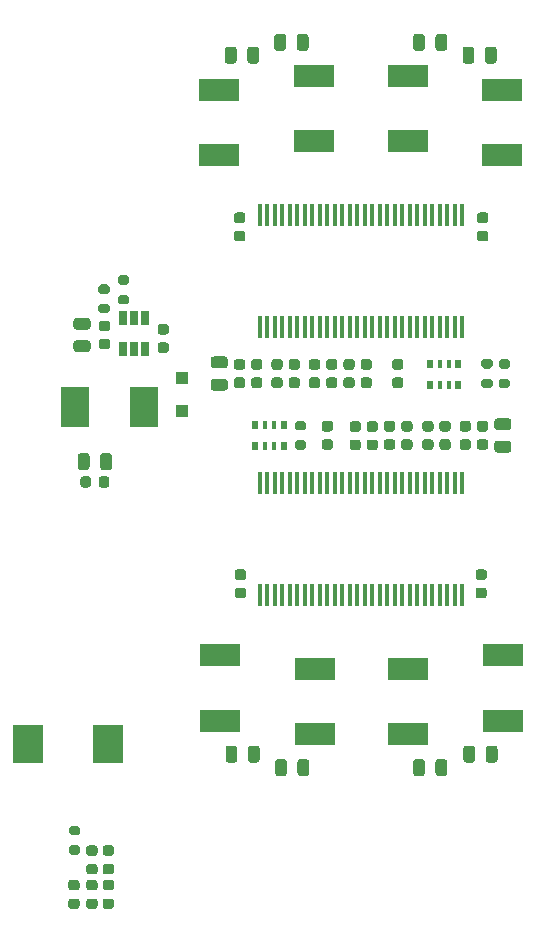
<source format=gbr>
%TF.GenerationSoftware,KiCad,Pcbnew,(5.1.9)-1*%
%TF.CreationDate,2021-06-18T12:17:44+07:00*%
%TF.ProjectId,TAS6424,54415336-3432-4342-9e6b-696361645f70,2*%
%TF.SameCoordinates,Original*%
%TF.FileFunction,Paste,Top*%
%TF.FilePolarity,Positive*%
%FSLAX46Y46*%
G04 Gerber Fmt 4.6, Leading zero omitted, Abs format (unit mm)*
G04 Created by KiCad (PCBNEW (5.1.9)-1) date 2021-06-18 12:17:44*
%MOMM*%
%LPD*%
G01*
G04 APERTURE LIST*
%ADD10R,3.400001X1.850000*%
%ADD11R,0.500000X0.800000*%
%ADD12R,0.400000X0.800000*%
%ADD13R,0.400000X1.900000*%
%ADD14R,1.100000X1.100000*%
%ADD15R,2.413000X3.429000*%
%ADD16R,0.650000X1.220000*%
%ADD17R,2.500000X3.300000*%
G04 APERTURE END LIST*
D10*
%TO.C,L13*%
X98361500Y-124377500D03*
X98361500Y-118827500D03*
%TD*%
%TO.C,L12*%
X106235500Y-124377500D03*
X106235500Y-118827500D03*
%TD*%
%TO.C,L11*%
X114300000Y-123234500D03*
X114300000Y-117684500D03*
%TD*%
%TO.C,C9*%
G36*
G01*
X102982500Y-95051000D02*
X102482500Y-95051000D01*
G75*
G02*
X102257500Y-94826000I0J225000D01*
G01*
X102257500Y-94376000D01*
G75*
G02*
X102482500Y-94151000I225000J0D01*
G01*
X102982500Y-94151000D01*
G75*
G02*
X103207500Y-94376000I0J-225000D01*
G01*
X103207500Y-94826000D01*
G75*
G02*
X102982500Y-95051000I-225000J0D01*
G01*
G37*
G36*
G01*
X102982500Y-93501000D02*
X102482500Y-93501000D01*
G75*
G02*
X102257500Y-93276000I0J225000D01*
G01*
X102257500Y-92826000D01*
G75*
G02*
X102482500Y-92601000I225000J0D01*
G01*
X102982500Y-92601000D01*
G75*
G02*
X103207500Y-92826000I0J-225000D01*
G01*
X103207500Y-93276000D01*
G75*
G02*
X102982500Y-93501000I-225000J0D01*
G01*
G37*
%TD*%
%TO.C,C12*%
G36*
G01*
X90761500Y-95276000D02*
X89811500Y-95276000D01*
G75*
G02*
X89561500Y-95026000I0J250000D01*
G01*
X89561500Y-94526000D01*
G75*
G02*
X89811500Y-94276000I250000J0D01*
G01*
X90761500Y-94276000D01*
G75*
G02*
X91011500Y-94526000I0J-250000D01*
G01*
X91011500Y-95026000D01*
G75*
G02*
X90761500Y-95276000I-250000J0D01*
G01*
G37*
G36*
G01*
X90761500Y-93376000D02*
X89811500Y-93376000D01*
G75*
G02*
X89561500Y-93126000I0J250000D01*
G01*
X89561500Y-92626000D01*
G75*
G02*
X89811500Y-92376000I250000J0D01*
G01*
X90761500Y-92376000D01*
G75*
G02*
X91011500Y-92626000I0J-250000D01*
G01*
X91011500Y-93126000D01*
G75*
G02*
X90761500Y-93376000I-250000J0D01*
G01*
G37*
%TD*%
%TO.C,C13*%
G36*
G01*
X91751000Y-92601000D02*
X92251000Y-92601000D01*
G75*
G02*
X92476000Y-92826000I0J-225000D01*
G01*
X92476000Y-93276000D01*
G75*
G02*
X92251000Y-93501000I-225000J0D01*
G01*
X91751000Y-93501000D01*
G75*
G02*
X91526000Y-93276000I0J225000D01*
G01*
X91526000Y-92826000D01*
G75*
G02*
X91751000Y-92601000I225000J0D01*
G01*
G37*
G36*
G01*
X91751000Y-94151000D02*
X92251000Y-94151000D01*
G75*
G02*
X92476000Y-94376000I0J-225000D01*
G01*
X92476000Y-94826000D01*
G75*
G02*
X92251000Y-95051000I-225000J0D01*
G01*
X91751000Y-95051000D01*
G75*
G02*
X91526000Y-94826000I0J225000D01*
G01*
X91526000Y-94376000D01*
G75*
G02*
X91751000Y-94151000I225000J0D01*
G01*
G37*
%TD*%
%TO.C,C14*%
G36*
G01*
X105649500Y-95051000D02*
X105149500Y-95051000D01*
G75*
G02*
X104924500Y-94826000I0J225000D01*
G01*
X104924500Y-94376000D01*
G75*
G02*
X105149500Y-94151000I225000J0D01*
G01*
X105649500Y-94151000D01*
G75*
G02*
X105874500Y-94376000I0J-225000D01*
G01*
X105874500Y-94826000D01*
G75*
G02*
X105649500Y-95051000I-225000J0D01*
G01*
G37*
G36*
G01*
X105649500Y-93501000D02*
X105149500Y-93501000D01*
G75*
G02*
X104924500Y-93276000I0J225000D01*
G01*
X104924500Y-92826000D01*
G75*
G02*
X105149500Y-92601000I225000J0D01*
G01*
X105649500Y-92601000D01*
G75*
G02*
X105874500Y-92826000I0J-225000D01*
G01*
X105874500Y-93276000D01*
G75*
G02*
X105649500Y-93501000I-225000J0D01*
G01*
G37*
%TD*%
%TO.C,C15*%
G36*
G01*
X93711500Y-95051000D02*
X93211500Y-95051000D01*
G75*
G02*
X92986500Y-94826000I0J225000D01*
G01*
X92986500Y-94376000D01*
G75*
G02*
X93211500Y-94151000I225000J0D01*
G01*
X93711500Y-94151000D01*
G75*
G02*
X93936500Y-94376000I0J-225000D01*
G01*
X93936500Y-94826000D01*
G75*
G02*
X93711500Y-95051000I-225000J0D01*
G01*
G37*
G36*
G01*
X93711500Y-93501000D02*
X93211500Y-93501000D01*
G75*
G02*
X92986500Y-93276000I0J225000D01*
G01*
X92986500Y-92826000D01*
G75*
G02*
X93211500Y-92601000I225000J0D01*
G01*
X93711500Y-92601000D01*
G75*
G02*
X93936500Y-92826000I0J-225000D01*
G01*
X93936500Y-93276000D01*
G75*
G02*
X93711500Y-93501000I-225000J0D01*
G01*
G37*
%TD*%
%TO.C,C16*%
G36*
G01*
X94926000Y-92601000D02*
X95426000Y-92601000D01*
G75*
G02*
X95651000Y-92826000I0J-225000D01*
G01*
X95651000Y-93276000D01*
G75*
G02*
X95426000Y-93501000I-225000J0D01*
G01*
X94926000Y-93501000D01*
G75*
G02*
X94701000Y-93276000I0J225000D01*
G01*
X94701000Y-92826000D01*
G75*
G02*
X94926000Y-92601000I225000J0D01*
G01*
G37*
G36*
G01*
X94926000Y-94151000D02*
X95426000Y-94151000D01*
G75*
G02*
X95651000Y-94376000I0J-225000D01*
G01*
X95651000Y-94826000D01*
G75*
G02*
X95426000Y-95051000I-225000J0D01*
G01*
X94926000Y-95051000D01*
G75*
G02*
X94701000Y-94826000I0J225000D01*
G01*
X94701000Y-94376000D01*
G75*
G02*
X94926000Y-94151000I225000J0D01*
G01*
G37*
%TD*%
%TO.C,C17*%
G36*
G01*
X96386500Y-92601000D02*
X96886500Y-92601000D01*
G75*
G02*
X97111500Y-92826000I0J-225000D01*
G01*
X97111500Y-93276000D01*
G75*
G02*
X96886500Y-93501000I-225000J0D01*
G01*
X96386500Y-93501000D01*
G75*
G02*
X96161500Y-93276000I0J225000D01*
G01*
X96161500Y-92826000D01*
G75*
G02*
X96386500Y-92601000I225000J0D01*
G01*
G37*
G36*
G01*
X96386500Y-94151000D02*
X96886500Y-94151000D01*
G75*
G02*
X97111500Y-94376000I0J-225000D01*
G01*
X97111500Y-94826000D01*
G75*
G02*
X96886500Y-95051000I-225000J0D01*
G01*
X96386500Y-95051000D01*
G75*
G02*
X96161500Y-94826000I0J225000D01*
G01*
X96161500Y-94376000D01*
G75*
G02*
X96386500Y-94151000I225000J0D01*
G01*
G37*
%TD*%
%TO.C,C18*%
G36*
G01*
X98101000Y-92601000D02*
X98601000Y-92601000D01*
G75*
G02*
X98826000Y-92826000I0J-225000D01*
G01*
X98826000Y-93276000D01*
G75*
G02*
X98601000Y-93501000I-225000J0D01*
G01*
X98101000Y-93501000D01*
G75*
G02*
X97876000Y-93276000I0J225000D01*
G01*
X97876000Y-92826000D01*
G75*
G02*
X98101000Y-92601000I225000J0D01*
G01*
G37*
G36*
G01*
X98101000Y-94151000D02*
X98601000Y-94151000D01*
G75*
G02*
X98826000Y-94376000I0J-225000D01*
G01*
X98826000Y-94826000D01*
G75*
G02*
X98601000Y-95051000I-225000J0D01*
G01*
X98101000Y-95051000D01*
G75*
G02*
X97876000Y-94826000I0J225000D01*
G01*
X97876000Y-94376000D01*
G75*
G02*
X98101000Y-94151000I225000J0D01*
G01*
G37*
%TD*%
%TO.C,C19*%
G36*
G01*
X99561500Y-92601000D02*
X100061500Y-92601000D01*
G75*
G02*
X100286500Y-92826000I0J-225000D01*
G01*
X100286500Y-93276000D01*
G75*
G02*
X100061500Y-93501000I-225000J0D01*
G01*
X99561500Y-93501000D01*
G75*
G02*
X99336500Y-93276000I0J225000D01*
G01*
X99336500Y-92826000D01*
G75*
G02*
X99561500Y-92601000I225000J0D01*
G01*
G37*
G36*
G01*
X99561500Y-94151000D02*
X100061500Y-94151000D01*
G75*
G02*
X100286500Y-94376000I0J-225000D01*
G01*
X100286500Y-94826000D01*
G75*
G02*
X100061500Y-95051000I-225000J0D01*
G01*
X99561500Y-95051000D01*
G75*
G02*
X99336500Y-94826000I0J225000D01*
G01*
X99336500Y-94376000D01*
G75*
G02*
X99561500Y-94151000I225000J0D01*
G01*
G37*
%TD*%
%TO.C,C20*%
G36*
G01*
X101022000Y-92601000D02*
X101522000Y-92601000D01*
G75*
G02*
X101747000Y-92826000I0J-225000D01*
G01*
X101747000Y-93276000D01*
G75*
G02*
X101522000Y-93501000I-225000J0D01*
G01*
X101022000Y-93501000D01*
G75*
G02*
X100797000Y-93276000I0J225000D01*
G01*
X100797000Y-92826000D01*
G75*
G02*
X101022000Y-92601000I225000J0D01*
G01*
G37*
G36*
G01*
X101022000Y-94151000D02*
X101522000Y-94151000D01*
G75*
G02*
X101747000Y-94376000I0J-225000D01*
G01*
X101747000Y-94826000D01*
G75*
G02*
X101522000Y-95051000I-225000J0D01*
G01*
X101022000Y-95051000D01*
G75*
G02*
X100797000Y-94826000I0J225000D01*
G01*
X100797000Y-94376000D01*
G75*
G02*
X101022000Y-94151000I225000J0D01*
G01*
G37*
%TD*%
%TO.C,C32*%
G36*
G01*
X91761500Y-80182000D02*
X92261500Y-80182000D01*
G75*
G02*
X92486500Y-80407000I0J-225000D01*
G01*
X92486500Y-80857000D01*
G75*
G02*
X92261500Y-81082000I-225000J0D01*
G01*
X91761500Y-81082000D01*
G75*
G02*
X91536500Y-80857000I0J225000D01*
G01*
X91536500Y-80407000D01*
G75*
G02*
X91761500Y-80182000I225000J0D01*
G01*
G37*
G36*
G01*
X91761500Y-81732000D02*
X92261500Y-81732000D01*
G75*
G02*
X92486500Y-81957000I0J-225000D01*
G01*
X92486500Y-82407000D01*
G75*
G02*
X92261500Y-82632000I-225000J0D01*
G01*
X91761500Y-82632000D01*
G75*
G02*
X91536500Y-82407000I0J225000D01*
G01*
X91536500Y-81957000D01*
G75*
G02*
X91761500Y-81732000I225000J0D01*
G01*
G37*
%TD*%
%TO.C,C34*%
G36*
G01*
X112335500Y-80182000D02*
X112835500Y-80182000D01*
G75*
G02*
X113060500Y-80407000I0J-225000D01*
G01*
X113060500Y-80857000D01*
G75*
G02*
X112835500Y-81082000I-225000J0D01*
G01*
X112335500Y-81082000D01*
G75*
G02*
X112110500Y-80857000I0J225000D01*
G01*
X112110500Y-80407000D01*
G75*
G02*
X112335500Y-80182000I225000J0D01*
G01*
G37*
G36*
G01*
X112335500Y-81732000D02*
X112835500Y-81732000D01*
G75*
G02*
X113060500Y-81957000I0J-225000D01*
G01*
X113060500Y-82407000D01*
G75*
G02*
X112835500Y-82632000I-225000J0D01*
G01*
X112335500Y-82632000D01*
G75*
G02*
X112110500Y-82407000I0J225000D01*
G01*
X112110500Y-81957000D01*
G75*
G02*
X112335500Y-81732000I225000J0D01*
G01*
G37*
%TD*%
%TO.C,C41*%
G36*
G01*
X90752000Y-67340500D02*
X90752000Y-66390500D01*
G75*
G02*
X91002000Y-66140500I250000J0D01*
G01*
X91502000Y-66140500D01*
G75*
G02*
X91752000Y-66390500I0J-250000D01*
G01*
X91752000Y-67340500D01*
G75*
G02*
X91502000Y-67590500I-250000J0D01*
G01*
X91002000Y-67590500D01*
G75*
G02*
X90752000Y-67340500I0J250000D01*
G01*
G37*
G36*
G01*
X92652000Y-67340500D02*
X92652000Y-66390500D01*
G75*
G02*
X92902000Y-66140500I250000J0D01*
G01*
X93402000Y-66140500D01*
G75*
G02*
X93652000Y-66390500I0J-250000D01*
G01*
X93652000Y-67340500D01*
G75*
G02*
X93402000Y-67590500I-250000J0D01*
G01*
X92902000Y-67590500D01*
G75*
G02*
X92652000Y-67340500I0J250000D01*
G01*
G37*
%TD*%
%TO.C,C42*%
G36*
G01*
X94943000Y-66261000D02*
X94943000Y-65311000D01*
G75*
G02*
X95193000Y-65061000I250000J0D01*
G01*
X95693000Y-65061000D01*
G75*
G02*
X95943000Y-65311000I0J-250000D01*
G01*
X95943000Y-66261000D01*
G75*
G02*
X95693000Y-66511000I-250000J0D01*
G01*
X95193000Y-66511000D01*
G75*
G02*
X94943000Y-66261000I0J250000D01*
G01*
G37*
G36*
G01*
X96843000Y-66261000D02*
X96843000Y-65311000D01*
G75*
G02*
X97093000Y-65061000I250000J0D01*
G01*
X97593000Y-65061000D01*
G75*
G02*
X97843000Y-65311000I0J-250000D01*
G01*
X97843000Y-66261000D01*
G75*
G02*
X97593000Y-66511000I-250000J0D01*
G01*
X97093000Y-66511000D01*
G75*
G02*
X96843000Y-66261000I0J250000D01*
G01*
G37*
%TD*%
%TO.C,C43*%
G36*
G01*
X106690500Y-66261000D02*
X106690500Y-65311000D01*
G75*
G02*
X106940500Y-65061000I250000J0D01*
G01*
X107440500Y-65061000D01*
G75*
G02*
X107690500Y-65311000I0J-250000D01*
G01*
X107690500Y-66261000D01*
G75*
G02*
X107440500Y-66511000I-250000J0D01*
G01*
X106940500Y-66511000D01*
G75*
G02*
X106690500Y-66261000I0J250000D01*
G01*
G37*
G36*
G01*
X108590500Y-66261000D02*
X108590500Y-65311000D01*
G75*
G02*
X108840500Y-65061000I250000J0D01*
G01*
X109340500Y-65061000D01*
G75*
G02*
X109590500Y-65311000I0J-250000D01*
G01*
X109590500Y-66261000D01*
G75*
G02*
X109340500Y-66511000I-250000J0D01*
G01*
X108840500Y-66511000D01*
G75*
G02*
X108590500Y-66261000I0J250000D01*
G01*
G37*
%TD*%
%TO.C,C44*%
G36*
G01*
X110881500Y-67340500D02*
X110881500Y-66390500D01*
G75*
G02*
X111131500Y-66140500I250000J0D01*
G01*
X111631500Y-66140500D01*
G75*
G02*
X111881500Y-66390500I0J-250000D01*
G01*
X111881500Y-67340500D01*
G75*
G02*
X111631500Y-67590500I-250000J0D01*
G01*
X111131500Y-67590500D01*
G75*
G02*
X110881500Y-67340500I0J250000D01*
G01*
G37*
G36*
G01*
X112781500Y-67340500D02*
X112781500Y-66390500D01*
G75*
G02*
X113031500Y-66140500I250000J0D01*
G01*
X113531500Y-66140500D01*
G75*
G02*
X113781500Y-66390500I0J-250000D01*
G01*
X113781500Y-67340500D01*
G75*
G02*
X113531500Y-67590500I-250000J0D01*
G01*
X113031500Y-67590500D01*
G75*
G02*
X112781500Y-67340500I0J250000D01*
G01*
G37*
%TD*%
%TO.C,C55*%
G36*
G01*
X101540500Y-97860400D02*
X102040500Y-97860400D01*
G75*
G02*
X102265500Y-98085400I0J-225000D01*
G01*
X102265500Y-98535400D01*
G75*
G02*
X102040500Y-98760400I-225000J0D01*
G01*
X101540500Y-98760400D01*
G75*
G02*
X101315500Y-98535400I0J225000D01*
G01*
X101315500Y-98085400D01*
G75*
G02*
X101540500Y-97860400I225000J0D01*
G01*
G37*
G36*
G01*
X101540500Y-99410400D02*
X102040500Y-99410400D01*
G75*
G02*
X102265500Y-99635400I0J-225000D01*
G01*
X102265500Y-100085400D01*
G75*
G02*
X102040500Y-100310400I-225000J0D01*
G01*
X101540500Y-100310400D01*
G75*
G02*
X101315500Y-100085400I0J225000D01*
G01*
X101315500Y-99635400D01*
G75*
G02*
X101540500Y-99410400I225000J0D01*
G01*
G37*
%TD*%
%TO.C,C56*%
G36*
G01*
X113825000Y-97610000D02*
X114775000Y-97610000D01*
G75*
G02*
X115025000Y-97860000I0J-250000D01*
G01*
X115025000Y-98360000D01*
G75*
G02*
X114775000Y-98610000I-250000J0D01*
G01*
X113825000Y-98610000D01*
G75*
G02*
X113575000Y-98360000I0J250000D01*
G01*
X113575000Y-97860000D01*
G75*
G02*
X113825000Y-97610000I250000J0D01*
G01*
G37*
G36*
G01*
X113825000Y-99510000D02*
X114775000Y-99510000D01*
G75*
G02*
X115025000Y-99760000I0J-250000D01*
G01*
X115025000Y-100260000D01*
G75*
G02*
X114775000Y-100510000I-250000J0D01*
G01*
X113825000Y-100510000D01*
G75*
G02*
X113575000Y-100260000I0J250000D01*
G01*
X113575000Y-99760000D01*
G75*
G02*
X113825000Y-99510000I250000J0D01*
G01*
G37*
%TD*%
%TO.C,C57*%
G36*
G01*
X111364500Y-100285000D02*
X110864500Y-100285000D01*
G75*
G02*
X110639500Y-100060000I0J225000D01*
G01*
X110639500Y-99610000D01*
G75*
G02*
X110864500Y-99385000I225000J0D01*
G01*
X111364500Y-99385000D01*
G75*
G02*
X111589500Y-99610000I0J-225000D01*
G01*
X111589500Y-100060000D01*
G75*
G02*
X111364500Y-100285000I-225000J0D01*
G01*
G37*
G36*
G01*
X111364500Y-98735000D02*
X110864500Y-98735000D01*
G75*
G02*
X110639500Y-98510000I0J225000D01*
G01*
X110639500Y-98060000D01*
G75*
G02*
X110864500Y-97835000I225000J0D01*
G01*
X111364500Y-97835000D01*
G75*
G02*
X111589500Y-98060000I0J-225000D01*
G01*
X111589500Y-98510000D01*
G75*
G02*
X111364500Y-98735000I-225000J0D01*
G01*
G37*
%TD*%
%TO.C,C58*%
G36*
G01*
X99191000Y-97835000D02*
X99691000Y-97835000D01*
G75*
G02*
X99916000Y-98060000I0J-225000D01*
G01*
X99916000Y-98510000D01*
G75*
G02*
X99691000Y-98735000I-225000J0D01*
G01*
X99191000Y-98735000D01*
G75*
G02*
X98966000Y-98510000I0J225000D01*
G01*
X98966000Y-98060000D01*
G75*
G02*
X99191000Y-97835000I225000J0D01*
G01*
G37*
G36*
G01*
X99191000Y-99385000D02*
X99691000Y-99385000D01*
G75*
G02*
X99916000Y-99610000I0J-225000D01*
G01*
X99916000Y-100060000D01*
G75*
G02*
X99691000Y-100285000I-225000J0D01*
G01*
X99191000Y-100285000D01*
G75*
G02*
X98966000Y-100060000I0J225000D01*
G01*
X98966000Y-99610000D01*
G75*
G02*
X99191000Y-99385000I225000J0D01*
G01*
G37*
%TD*%
%TO.C,C59*%
G36*
G01*
X112325000Y-97835000D02*
X112825000Y-97835000D01*
G75*
G02*
X113050000Y-98060000I0J-225000D01*
G01*
X113050000Y-98510000D01*
G75*
G02*
X112825000Y-98735000I-225000J0D01*
G01*
X112325000Y-98735000D01*
G75*
G02*
X112100000Y-98510000I0J225000D01*
G01*
X112100000Y-98060000D01*
G75*
G02*
X112325000Y-97835000I225000J0D01*
G01*
G37*
G36*
G01*
X112325000Y-99385000D02*
X112825000Y-99385000D01*
G75*
G02*
X113050000Y-99610000I0J-225000D01*
G01*
X113050000Y-100060000D01*
G75*
G02*
X112825000Y-100285000I-225000J0D01*
G01*
X112325000Y-100285000D01*
G75*
G02*
X112100000Y-100060000I0J225000D01*
G01*
X112100000Y-99610000D01*
G75*
G02*
X112325000Y-99385000I225000J0D01*
G01*
G37*
%TD*%
%TO.C,C60*%
G36*
G01*
X109650000Y-100285000D02*
X109150000Y-100285000D01*
G75*
G02*
X108925000Y-100060000I0J225000D01*
G01*
X108925000Y-99610000D01*
G75*
G02*
X109150000Y-99385000I225000J0D01*
G01*
X109650000Y-99385000D01*
G75*
G02*
X109875000Y-99610000I0J-225000D01*
G01*
X109875000Y-100060000D01*
G75*
G02*
X109650000Y-100285000I-225000J0D01*
G01*
G37*
G36*
G01*
X109650000Y-98735000D02*
X109150000Y-98735000D01*
G75*
G02*
X108925000Y-98510000I0J225000D01*
G01*
X108925000Y-98060000D01*
G75*
G02*
X109150000Y-97835000I225000J0D01*
G01*
X109650000Y-97835000D01*
G75*
G02*
X109875000Y-98060000I0J-225000D01*
G01*
X109875000Y-98510000D01*
G75*
G02*
X109650000Y-98735000I-225000J0D01*
G01*
G37*
%TD*%
%TO.C,C61*%
G36*
G01*
X108200000Y-100285000D02*
X107700000Y-100285000D01*
G75*
G02*
X107475000Y-100060000I0J225000D01*
G01*
X107475000Y-99610000D01*
G75*
G02*
X107700000Y-99385000I225000J0D01*
G01*
X108200000Y-99385000D01*
G75*
G02*
X108425000Y-99610000I0J-225000D01*
G01*
X108425000Y-100060000D01*
G75*
G02*
X108200000Y-100285000I-225000J0D01*
G01*
G37*
G36*
G01*
X108200000Y-98735000D02*
X107700000Y-98735000D01*
G75*
G02*
X107475000Y-98510000I0J225000D01*
G01*
X107475000Y-98060000D01*
G75*
G02*
X107700000Y-97835000I225000J0D01*
G01*
X108200000Y-97835000D01*
G75*
G02*
X108425000Y-98060000I0J-225000D01*
G01*
X108425000Y-98510000D01*
G75*
G02*
X108200000Y-98735000I-225000J0D01*
G01*
G37*
%TD*%
%TO.C,C62*%
G36*
G01*
X106422000Y-100285000D02*
X105922000Y-100285000D01*
G75*
G02*
X105697000Y-100060000I0J225000D01*
G01*
X105697000Y-99610000D01*
G75*
G02*
X105922000Y-99385000I225000J0D01*
G01*
X106422000Y-99385000D01*
G75*
G02*
X106647000Y-99610000I0J-225000D01*
G01*
X106647000Y-100060000D01*
G75*
G02*
X106422000Y-100285000I-225000J0D01*
G01*
G37*
G36*
G01*
X106422000Y-98735000D02*
X105922000Y-98735000D01*
G75*
G02*
X105697000Y-98510000I0J225000D01*
G01*
X105697000Y-98060000D01*
G75*
G02*
X105922000Y-97835000I225000J0D01*
G01*
X106422000Y-97835000D01*
G75*
G02*
X106647000Y-98060000I0J-225000D01*
G01*
X106647000Y-98510000D01*
G75*
G02*
X106422000Y-98735000I-225000J0D01*
G01*
G37*
%TD*%
%TO.C,C63*%
G36*
G01*
X104951000Y-100285000D02*
X104451000Y-100285000D01*
G75*
G02*
X104226000Y-100060000I0J225000D01*
G01*
X104226000Y-99610000D01*
G75*
G02*
X104451000Y-99385000I225000J0D01*
G01*
X104951000Y-99385000D01*
G75*
G02*
X105176000Y-99610000I0J-225000D01*
G01*
X105176000Y-100060000D01*
G75*
G02*
X104951000Y-100285000I-225000J0D01*
G01*
G37*
G36*
G01*
X104951000Y-98735000D02*
X104451000Y-98735000D01*
G75*
G02*
X104226000Y-98510000I0J225000D01*
G01*
X104226000Y-98060000D01*
G75*
G02*
X104451000Y-97835000I225000J0D01*
G01*
X104951000Y-97835000D01*
G75*
G02*
X105176000Y-98060000I0J-225000D01*
G01*
X105176000Y-98510000D01*
G75*
G02*
X104951000Y-98735000I-225000J0D01*
G01*
G37*
%TD*%
%TO.C,C64*%
G36*
G01*
X103490500Y-100310400D02*
X102990500Y-100310400D01*
G75*
G02*
X102765500Y-100085400I0J225000D01*
G01*
X102765500Y-99635400D01*
G75*
G02*
X102990500Y-99410400I225000J0D01*
G01*
X103490500Y-99410400D01*
G75*
G02*
X103715500Y-99635400I0J-225000D01*
G01*
X103715500Y-100085400D01*
G75*
G02*
X103490500Y-100310400I-225000J0D01*
G01*
G37*
G36*
G01*
X103490500Y-98760400D02*
X102990500Y-98760400D01*
G75*
G02*
X102765500Y-98535400I0J225000D01*
G01*
X102765500Y-98085400D01*
G75*
G02*
X102990500Y-97860400I225000J0D01*
G01*
X103490500Y-97860400D01*
G75*
G02*
X103715500Y-98085400I0J-225000D01*
G01*
X103715500Y-98535400D01*
G75*
G02*
X103490500Y-98760400I-225000J0D01*
G01*
G37*
%TD*%
%TO.C,C73*%
G36*
G01*
X112708500Y-112858000D02*
X112208500Y-112858000D01*
G75*
G02*
X111983500Y-112633000I0J225000D01*
G01*
X111983500Y-112183000D01*
G75*
G02*
X112208500Y-111958000I225000J0D01*
G01*
X112708500Y-111958000D01*
G75*
G02*
X112933500Y-112183000I0J-225000D01*
G01*
X112933500Y-112633000D01*
G75*
G02*
X112708500Y-112858000I-225000J0D01*
G01*
G37*
G36*
G01*
X112708500Y-111308000D02*
X112208500Y-111308000D01*
G75*
G02*
X111983500Y-111083000I0J225000D01*
G01*
X111983500Y-110633000D01*
G75*
G02*
X112208500Y-110408000I225000J0D01*
G01*
X112708500Y-110408000D01*
G75*
G02*
X112933500Y-110633000I0J-225000D01*
G01*
X112933500Y-111083000D01*
G75*
G02*
X112708500Y-111308000I-225000J0D01*
G01*
G37*
%TD*%
%TO.C,C75*%
G36*
G01*
X92325000Y-112858000D02*
X91825000Y-112858000D01*
G75*
G02*
X91600000Y-112633000I0J225000D01*
G01*
X91600000Y-112183000D01*
G75*
G02*
X91825000Y-111958000I225000J0D01*
G01*
X92325000Y-111958000D01*
G75*
G02*
X92550000Y-112183000I0J-225000D01*
G01*
X92550000Y-112633000D01*
G75*
G02*
X92325000Y-112858000I-225000J0D01*
G01*
G37*
G36*
G01*
X92325000Y-111308000D02*
X91825000Y-111308000D01*
G75*
G02*
X91600000Y-111083000I0J225000D01*
G01*
X91600000Y-110633000D01*
G75*
G02*
X91825000Y-110408000I225000J0D01*
G01*
X92325000Y-110408000D01*
G75*
G02*
X92550000Y-110633000I0J-225000D01*
G01*
X92550000Y-111083000D01*
G75*
G02*
X92325000Y-111308000I-225000J0D01*
G01*
G37*
%TD*%
%TO.C,C81*%
G36*
G01*
X113845000Y-125572500D02*
X113845000Y-126522500D01*
G75*
G02*
X113595000Y-126772500I-250000J0D01*
G01*
X113095000Y-126772500D01*
G75*
G02*
X112845000Y-126522500I0J250000D01*
G01*
X112845000Y-125572500D01*
G75*
G02*
X113095000Y-125322500I250000J0D01*
G01*
X113595000Y-125322500D01*
G75*
G02*
X113845000Y-125572500I0J-250000D01*
G01*
G37*
G36*
G01*
X111945000Y-125572500D02*
X111945000Y-126522500D01*
G75*
G02*
X111695000Y-126772500I-250000J0D01*
G01*
X111195000Y-126772500D01*
G75*
G02*
X110945000Y-126522500I0J250000D01*
G01*
X110945000Y-125572500D01*
G75*
G02*
X111195000Y-125322500I250000J0D01*
G01*
X111695000Y-125322500D01*
G75*
G02*
X111945000Y-125572500I0J-250000D01*
G01*
G37*
%TD*%
%TO.C,C82*%
G36*
G01*
X109590500Y-126715500D02*
X109590500Y-127665500D01*
G75*
G02*
X109340500Y-127915500I-250000J0D01*
G01*
X108840500Y-127915500D01*
G75*
G02*
X108590500Y-127665500I0J250000D01*
G01*
X108590500Y-126715500D01*
G75*
G02*
X108840500Y-126465500I250000J0D01*
G01*
X109340500Y-126465500D01*
G75*
G02*
X109590500Y-126715500I0J-250000D01*
G01*
G37*
G36*
G01*
X107690500Y-126715500D02*
X107690500Y-127665500D01*
G75*
G02*
X107440500Y-127915500I-250000J0D01*
G01*
X106940500Y-127915500D01*
G75*
G02*
X106690500Y-127665500I0J250000D01*
G01*
X106690500Y-126715500D01*
G75*
G02*
X106940500Y-126465500I250000J0D01*
G01*
X107440500Y-126465500D01*
G75*
G02*
X107690500Y-126715500I0J-250000D01*
G01*
G37*
%TD*%
%TO.C,C83*%
G36*
G01*
X97906500Y-126715500D02*
X97906500Y-127665500D01*
G75*
G02*
X97656500Y-127915500I-250000J0D01*
G01*
X97156500Y-127915500D01*
G75*
G02*
X96906500Y-127665500I0J250000D01*
G01*
X96906500Y-126715500D01*
G75*
G02*
X97156500Y-126465500I250000J0D01*
G01*
X97656500Y-126465500D01*
G75*
G02*
X97906500Y-126715500I0J-250000D01*
G01*
G37*
G36*
G01*
X96006500Y-126715500D02*
X96006500Y-127665500D01*
G75*
G02*
X95756500Y-127915500I-250000J0D01*
G01*
X95256500Y-127915500D01*
G75*
G02*
X95006500Y-127665500I0J250000D01*
G01*
X95006500Y-126715500D01*
G75*
G02*
X95256500Y-126465500I250000J0D01*
G01*
X95756500Y-126465500D01*
G75*
G02*
X96006500Y-126715500I0J-250000D01*
G01*
G37*
%TD*%
%TO.C,C84*%
G36*
G01*
X93715500Y-125572500D02*
X93715500Y-126522500D01*
G75*
G02*
X93465500Y-126772500I-250000J0D01*
G01*
X92965500Y-126772500D01*
G75*
G02*
X92715500Y-126522500I0J250000D01*
G01*
X92715500Y-125572500D01*
G75*
G02*
X92965500Y-125322500I250000J0D01*
G01*
X93465500Y-125322500D01*
G75*
G02*
X93715500Y-125572500I0J-250000D01*
G01*
G37*
G36*
G01*
X91815500Y-125572500D02*
X91815500Y-126522500D01*
G75*
G02*
X91565500Y-126772500I-250000J0D01*
G01*
X91065500Y-126772500D01*
G75*
G02*
X90815500Y-126522500I0J250000D01*
G01*
X90815500Y-125572500D01*
G75*
G02*
X91065500Y-125322500I250000J0D01*
G01*
X91565500Y-125322500D01*
G75*
G02*
X91815500Y-125572500I0J-250000D01*
G01*
G37*
%TD*%
%TO.C,D1*%
G36*
G01*
X79245750Y-136697000D02*
X79758250Y-136697000D01*
G75*
G02*
X79977000Y-136915750I0J-218750D01*
G01*
X79977000Y-137353250D01*
G75*
G02*
X79758250Y-137572000I-218750J0D01*
G01*
X79245750Y-137572000D01*
G75*
G02*
X79027000Y-137353250I0J218750D01*
G01*
X79027000Y-136915750D01*
G75*
G02*
X79245750Y-136697000I218750J0D01*
G01*
G37*
G36*
G01*
X79245750Y-138272000D02*
X79758250Y-138272000D01*
G75*
G02*
X79977000Y-138490750I0J-218750D01*
G01*
X79977000Y-138928250D01*
G75*
G02*
X79758250Y-139147000I-218750J0D01*
G01*
X79245750Y-139147000D01*
G75*
G02*
X79027000Y-138928250I0J218750D01*
G01*
X79027000Y-138490750D01*
G75*
G02*
X79245750Y-138272000I218750J0D01*
G01*
G37*
%TD*%
%TO.C,D2*%
G36*
G01*
X79245750Y-133776000D02*
X79758250Y-133776000D01*
G75*
G02*
X79977000Y-133994750I0J-218750D01*
G01*
X79977000Y-134432250D01*
G75*
G02*
X79758250Y-134651000I-218750J0D01*
G01*
X79245750Y-134651000D01*
G75*
G02*
X79027000Y-134432250I0J218750D01*
G01*
X79027000Y-133994750D01*
G75*
G02*
X79245750Y-133776000I218750J0D01*
G01*
G37*
G36*
G01*
X79245750Y-135351000D02*
X79758250Y-135351000D01*
G75*
G02*
X79977000Y-135569750I0J-218750D01*
G01*
X79977000Y-136007250D01*
G75*
G02*
X79758250Y-136226000I-218750J0D01*
G01*
X79245750Y-136226000D01*
G75*
G02*
X79027000Y-136007250I0J218750D01*
G01*
X79027000Y-135569750D01*
G75*
G02*
X79245750Y-135351000I218750J0D01*
G01*
G37*
%TD*%
%TO.C,D4*%
G36*
G01*
X80642750Y-136697000D02*
X81155250Y-136697000D01*
G75*
G02*
X81374000Y-136915750I0J-218750D01*
G01*
X81374000Y-137353250D01*
G75*
G02*
X81155250Y-137572000I-218750J0D01*
G01*
X80642750Y-137572000D01*
G75*
G02*
X80424000Y-137353250I0J218750D01*
G01*
X80424000Y-136915750D01*
G75*
G02*
X80642750Y-136697000I218750J0D01*
G01*
G37*
G36*
G01*
X80642750Y-138272000D02*
X81155250Y-138272000D01*
G75*
G02*
X81374000Y-138490750I0J-218750D01*
G01*
X81374000Y-138928250D01*
G75*
G02*
X81155250Y-139147000I-218750J0D01*
G01*
X80642750Y-139147000D01*
G75*
G02*
X80424000Y-138928250I0J218750D01*
G01*
X80424000Y-138490750D01*
G75*
G02*
X80642750Y-138272000I218750J0D01*
G01*
G37*
%TD*%
%TO.C,D5*%
G36*
G01*
X80642750Y-133776000D02*
X81155250Y-133776000D01*
G75*
G02*
X81374000Y-133994750I0J-218750D01*
G01*
X81374000Y-134432250D01*
G75*
G02*
X81155250Y-134651000I-218750J0D01*
G01*
X80642750Y-134651000D01*
G75*
G02*
X80424000Y-134432250I0J218750D01*
G01*
X80424000Y-133994750D01*
G75*
G02*
X80642750Y-133776000I218750J0D01*
G01*
G37*
G36*
G01*
X80642750Y-135351000D02*
X81155250Y-135351000D01*
G75*
G02*
X81374000Y-135569750I0J-218750D01*
G01*
X81374000Y-136007250D01*
G75*
G02*
X81155250Y-136226000I-218750J0D01*
G01*
X80642750Y-136226000D01*
G75*
G02*
X80424000Y-136007250I0J218750D01*
G01*
X80424000Y-135569750D01*
G75*
G02*
X80642750Y-135351000I218750J0D01*
G01*
G37*
%TD*%
%TO.C,R4*%
G36*
G01*
X113231000Y-95051000D02*
X112681000Y-95051000D01*
G75*
G02*
X112481000Y-94851000I0J200000D01*
G01*
X112481000Y-94451000D01*
G75*
G02*
X112681000Y-94251000I200000J0D01*
G01*
X113231000Y-94251000D01*
G75*
G02*
X113431000Y-94451000I0J-200000D01*
G01*
X113431000Y-94851000D01*
G75*
G02*
X113231000Y-95051000I-200000J0D01*
G01*
G37*
G36*
G01*
X113231000Y-93401000D02*
X112681000Y-93401000D01*
G75*
G02*
X112481000Y-93201000I0J200000D01*
G01*
X112481000Y-92801000D01*
G75*
G02*
X112681000Y-92601000I200000J0D01*
G01*
X113231000Y-92601000D01*
G75*
G02*
X113431000Y-92801000I0J-200000D01*
G01*
X113431000Y-93201000D01*
G75*
G02*
X113231000Y-93401000I-200000J0D01*
G01*
G37*
%TD*%
%TO.C,R5*%
G36*
G01*
X114691500Y-95051000D02*
X114141500Y-95051000D01*
G75*
G02*
X113941500Y-94851000I0J200000D01*
G01*
X113941500Y-94451000D01*
G75*
G02*
X114141500Y-94251000I200000J0D01*
G01*
X114691500Y-94251000D01*
G75*
G02*
X114891500Y-94451000I0J-200000D01*
G01*
X114891500Y-94851000D01*
G75*
G02*
X114691500Y-95051000I-200000J0D01*
G01*
G37*
G36*
G01*
X114691500Y-93401000D02*
X114141500Y-93401000D01*
G75*
G02*
X113941500Y-93201000I0J200000D01*
G01*
X113941500Y-92801000D01*
G75*
G02*
X114141500Y-92601000I200000J0D01*
G01*
X114691500Y-92601000D01*
G75*
G02*
X114891500Y-92801000I0J-200000D01*
G01*
X114891500Y-93201000D01*
G75*
G02*
X114691500Y-93401000I-200000J0D01*
G01*
G37*
%TD*%
D11*
%TO.C,RN1*%
X108136500Y-94789500D03*
D12*
X109736500Y-94789500D03*
X108936500Y-94789500D03*
D11*
X110536500Y-94789500D03*
D12*
X108936500Y-92989500D03*
D11*
X108136500Y-92989500D03*
D12*
X109736500Y-92989500D03*
D11*
X110536500Y-92989500D03*
%TD*%
%TO.C,RN2*%
X95751500Y-98160000D03*
D12*
X94151500Y-98160000D03*
X94951500Y-98160000D03*
D11*
X93351500Y-98160000D03*
D12*
X94951500Y-99960000D03*
D11*
X95751500Y-99960000D03*
D12*
X94151500Y-99960000D03*
D11*
X93351500Y-99960000D03*
%TD*%
D13*
%TO.C,U1*%
X110860500Y-89876500D03*
X110860500Y-80376500D03*
X110225500Y-89876500D03*
X110225500Y-80376500D03*
X109590500Y-89876500D03*
X109590500Y-80376500D03*
X108955500Y-89876500D03*
X108955500Y-80376500D03*
X108320500Y-89876500D03*
X108320500Y-80376500D03*
X107685500Y-89876500D03*
X107685500Y-80376500D03*
X107050500Y-89876500D03*
X107050500Y-80376500D03*
X106415500Y-89876500D03*
X106415500Y-80376500D03*
X105780500Y-89876500D03*
X105780500Y-80376500D03*
X105145500Y-89876500D03*
X105145500Y-80376500D03*
X104510500Y-89876500D03*
X104510500Y-80376500D03*
X103875500Y-89876500D03*
X103875500Y-80376500D03*
X103240500Y-89876500D03*
X103240500Y-80376500D03*
X102605500Y-89876500D03*
X102605500Y-80376500D03*
X101970500Y-89876500D03*
X101970500Y-80376500D03*
X101335500Y-89876500D03*
X101335500Y-80376500D03*
X100700500Y-89876500D03*
X100700500Y-80376500D03*
X100065500Y-89876500D03*
X100065500Y-80376500D03*
X99430500Y-89876500D03*
X99430500Y-80376500D03*
X98795500Y-89876500D03*
X98795500Y-80376500D03*
X98160500Y-89876500D03*
X98160500Y-80376500D03*
X97525500Y-89876500D03*
X97525500Y-80376500D03*
X96890500Y-89876500D03*
X96890500Y-80376500D03*
X96255500Y-89876500D03*
X96255500Y-80376500D03*
X95620500Y-89876500D03*
X95620500Y-80376500D03*
X94985500Y-89876500D03*
X94985500Y-80376500D03*
X94350500Y-89876500D03*
X94350500Y-80376500D03*
X93715500Y-89876500D03*
X93715500Y-80376500D03*
%TD*%
%TO.C,U3*%
X93715500Y-103100000D03*
X93715500Y-112600000D03*
X94350500Y-103100000D03*
X94350500Y-112600000D03*
X94985500Y-103100000D03*
X94985500Y-112600000D03*
X95620500Y-103100000D03*
X95620500Y-112600000D03*
X96255500Y-103100000D03*
X96255500Y-112600000D03*
X96890500Y-103100000D03*
X96890500Y-112600000D03*
X97525500Y-103100000D03*
X97525500Y-112600000D03*
X98160500Y-103100000D03*
X98160500Y-112600000D03*
X98795500Y-103100000D03*
X98795500Y-112600000D03*
X99430500Y-103100000D03*
X99430500Y-112600000D03*
X100065500Y-103100000D03*
X100065500Y-112600000D03*
X100700500Y-103100000D03*
X100700500Y-112600000D03*
X101335500Y-103100000D03*
X101335500Y-112600000D03*
X101970500Y-103100000D03*
X101970500Y-112600000D03*
X102605500Y-103100000D03*
X102605500Y-112600000D03*
X103240500Y-103100000D03*
X103240500Y-112600000D03*
X103875500Y-103100000D03*
X103875500Y-112600000D03*
X104510500Y-103100000D03*
X104510500Y-112600000D03*
X105145500Y-103100000D03*
X105145500Y-112600000D03*
X105780500Y-103100000D03*
X105780500Y-112600000D03*
X106415500Y-103100000D03*
X106415500Y-112600000D03*
X107050500Y-103100000D03*
X107050500Y-112600000D03*
X107685500Y-103100000D03*
X107685500Y-112600000D03*
X108320500Y-103100000D03*
X108320500Y-112600000D03*
X108955500Y-103100000D03*
X108955500Y-112600000D03*
X109590500Y-103100000D03*
X109590500Y-112600000D03*
X110225500Y-103100000D03*
X110225500Y-112600000D03*
X110860500Y-103100000D03*
X110860500Y-112600000D03*
%TD*%
%TO.C,C6*%
G36*
G01*
X79142000Y-92008000D02*
X78192000Y-92008000D01*
G75*
G02*
X77942000Y-91758000I0J250000D01*
G01*
X77942000Y-91258000D01*
G75*
G02*
X78192000Y-91008000I250000J0D01*
G01*
X79142000Y-91008000D01*
G75*
G02*
X79392000Y-91258000I0J-250000D01*
G01*
X79392000Y-91758000D01*
G75*
G02*
X79142000Y-92008000I-250000J0D01*
G01*
G37*
G36*
G01*
X79142000Y-90108000D02*
X78192000Y-90108000D01*
G75*
G02*
X77942000Y-89858000I0J250000D01*
G01*
X77942000Y-89358000D01*
G75*
G02*
X78192000Y-89108000I250000J0D01*
G01*
X79142000Y-89108000D01*
G75*
G02*
X79392000Y-89358000I0J-250000D01*
G01*
X79392000Y-89858000D01*
G75*
G02*
X79142000Y-90108000I-250000J0D01*
G01*
G37*
%TD*%
%TO.C,C7*%
G36*
G01*
X80817000Y-91783000D02*
X80317000Y-91783000D01*
G75*
G02*
X80092000Y-91558000I0J225000D01*
G01*
X80092000Y-91108000D01*
G75*
G02*
X80317000Y-90883000I225000J0D01*
G01*
X80817000Y-90883000D01*
G75*
G02*
X81042000Y-91108000I0J-225000D01*
G01*
X81042000Y-91558000D01*
G75*
G02*
X80817000Y-91783000I-225000J0D01*
G01*
G37*
G36*
G01*
X80817000Y-90233000D02*
X80317000Y-90233000D01*
G75*
G02*
X80092000Y-90008000I0J225000D01*
G01*
X80092000Y-89558000D01*
G75*
G02*
X80317000Y-89333000I225000J0D01*
G01*
X80817000Y-89333000D01*
G75*
G02*
X81042000Y-89558000I0J-225000D01*
G01*
X81042000Y-90008000D01*
G75*
G02*
X80817000Y-90233000I-225000J0D01*
G01*
G37*
%TD*%
%TO.C,C8*%
G36*
G01*
X85284500Y-89630800D02*
X85784500Y-89630800D01*
G75*
G02*
X86009500Y-89855800I0J-225000D01*
G01*
X86009500Y-90305800D01*
G75*
G02*
X85784500Y-90530800I-225000J0D01*
G01*
X85284500Y-90530800D01*
G75*
G02*
X85059500Y-90305800I0J225000D01*
G01*
X85059500Y-89855800D01*
G75*
G02*
X85284500Y-89630800I225000J0D01*
G01*
G37*
G36*
G01*
X85284500Y-91180800D02*
X85784500Y-91180800D01*
G75*
G02*
X86009500Y-91405800I0J-225000D01*
G01*
X86009500Y-91855800D01*
G75*
G02*
X85784500Y-92080800I-225000J0D01*
G01*
X85284500Y-92080800D01*
G75*
G02*
X85059500Y-91855800I0J225000D01*
G01*
X85059500Y-91405800D01*
G75*
G02*
X85284500Y-91180800I225000J0D01*
G01*
G37*
%TD*%
%TO.C,C11*%
G36*
G01*
X80981000Y-102747000D02*
X80981000Y-103247000D01*
G75*
G02*
X80756000Y-103472000I-225000J0D01*
G01*
X80306000Y-103472000D01*
G75*
G02*
X80081000Y-103247000I0J225000D01*
G01*
X80081000Y-102747000D01*
G75*
G02*
X80306000Y-102522000I225000J0D01*
G01*
X80756000Y-102522000D01*
G75*
G02*
X80981000Y-102747000I0J-225000D01*
G01*
G37*
G36*
G01*
X79431000Y-102747000D02*
X79431000Y-103247000D01*
G75*
G02*
X79206000Y-103472000I-225000J0D01*
G01*
X78756000Y-103472000D01*
G75*
G02*
X78531000Y-103247000I0J225000D01*
G01*
X78531000Y-102747000D01*
G75*
G02*
X78756000Y-102522000I225000J0D01*
G01*
X79206000Y-102522000D01*
G75*
G02*
X79431000Y-102747000I0J-225000D01*
G01*
G37*
%TD*%
D14*
%TO.C,D6*%
X87122000Y-94231000D03*
X87122000Y-97031000D03*
%TD*%
D15*
%TO.C,L17*%
X83947000Y-96647000D03*
X78105000Y-96647000D03*
%TD*%
%TO.C,R9*%
G36*
G01*
X80793000Y-88728000D02*
X80243000Y-88728000D01*
G75*
G02*
X80043000Y-88528000I0J200000D01*
G01*
X80043000Y-88128000D01*
G75*
G02*
X80243000Y-87928000I200000J0D01*
G01*
X80793000Y-87928000D01*
G75*
G02*
X80993000Y-88128000I0J-200000D01*
G01*
X80993000Y-88528000D01*
G75*
G02*
X80793000Y-88728000I-200000J0D01*
G01*
G37*
G36*
G01*
X80793000Y-87078000D02*
X80243000Y-87078000D01*
G75*
G02*
X80043000Y-86878000I0J200000D01*
G01*
X80043000Y-86478000D01*
G75*
G02*
X80243000Y-86278000I200000J0D01*
G01*
X80793000Y-86278000D01*
G75*
G02*
X80993000Y-86478000I0J-200000D01*
G01*
X80993000Y-86878000D01*
G75*
G02*
X80793000Y-87078000I-200000J0D01*
G01*
G37*
%TD*%
%TO.C,R10*%
G36*
G01*
X82444000Y-87966000D02*
X81894000Y-87966000D01*
G75*
G02*
X81694000Y-87766000I0J200000D01*
G01*
X81694000Y-87366000D01*
G75*
G02*
X81894000Y-87166000I200000J0D01*
G01*
X82444000Y-87166000D01*
G75*
G02*
X82644000Y-87366000I0J-200000D01*
G01*
X82644000Y-87766000D01*
G75*
G02*
X82444000Y-87966000I-200000J0D01*
G01*
G37*
G36*
G01*
X82444000Y-86316000D02*
X81894000Y-86316000D01*
G75*
G02*
X81694000Y-86116000I0J200000D01*
G01*
X81694000Y-85716000D01*
G75*
G02*
X81894000Y-85516000I200000J0D01*
G01*
X82444000Y-85516000D01*
G75*
G02*
X82644000Y-85716000I0J-200000D01*
G01*
X82644000Y-86116000D01*
G75*
G02*
X82444000Y-86316000I-200000J0D01*
G01*
G37*
%TD*%
D16*
%TO.C,U2*%
X84017000Y-89148000D03*
X83067000Y-89148000D03*
X82117000Y-89148000D03*
X82117000Y-91768000D03*
X83067000Y-91768000D03*
X84017000Y-91768000D03*
%TD*%
D10*
%TO.C,L3*%
X90297000Y-69805500D03*
X90297000Y-75355500D03*
%TD*%
%TO.C,L4*%
X98298000Y-68599000D03*
X98298000Y-74149000D03*
%TD*%
%TO.C,L5*%
X106235500Y-68599000D03*
X106235500Y-74149000D03*
%TD*%
%TO.C,L6*%
X114236500Y-69805500D03*
X114236500Y-75355500D03*
%TD*%
%TO.C,L14*%
X90360500Y-123234500D03*
X90360500Y-117684500D03*
%TD*%
D17*
%TO.C,D7*%
X80870000Y-125222000D03*
X74070000Y-125222000D03*
%TD*%
%TO.C,D8*%
G36*
G01*
X77721750Y-136697000D02*
X78234250Y-136697000D01*
G75*
G02*
X78453000Y-136915750I0J-218750D01*
G01*
X78453000Y-137353250D01*
G75*
G02*
X78234250Y-137572000I-218750J0D01*
G01*
X77721750Y-137572000D01*
G75*
G02*
X77503000Y-137353250I0J218750D01*
G01*
X77503000Y-136915750D01*
G75*
G02*
X77721750Y-136697000I218750J0D01*
G01*
G37*
G36*
G01*
X77721750Y-138272000D02*
X78234250Y-138272000D01*
G75*
G02*
X78453000Y-138490750I0J-218750D01*
G01*
X78453000Y-138928250D01*
G75*
G02*
X78234250Y-139147000I-218750J0D01*
G01*
X77721750Y-139147000D01*
G75*
G02*
X77503000Y-138928250I0J218750D01*
G01*
X77503000Y-138490750D01*
G75*
G02*
X77721750Y-138272000I218750J0D01*
G01*
G37*
%TD*%
%TO.C,R1*%
G36*
G01*
X78316500Y-134575000D02*
X77766500Y-134575000D01*
G75*
G02*
X77566500Y-134375000I0J200000D01*
G01*
X77566500Y-133975000D01*
G75*
G02*
X77766500Y-133775000I200000J0D01*
G01*
X78316500Y-133775000D01*
G75*
G02*
X78516500Y-133975000I0J-200000D01*
G01*
X78516500Y-134375000D01*
G75*
G02*
X78316500Y-134575000I-200000J0D01*
G01*
G37*
G36*
G01*
X78316500Y-132925000D02*
X77766500Y-132925000D01*
G75*
G02*
X77566500Y-132725000I0J200000D01*
G01*
X77566500Y-132325000D01*
G75*
G02*
X77766500Y-132125000I200000J0D01*
G01*
X78316500Y-132125000D01*
G75*
G02*
X78516500Y-132325000I0J-200000D01*
G01*
X78516500Y-132725000D01*
G75*
G02*
X78316500Y-132925000I-200000J0D01*
G01*
G37*
%TD*%
%TO.C,R2*%
G36*
G01*
X96880000Y-99485000D02*
X97430000Y-99485000D01*
G75*
G02*
X97630000Y-99685000I0J-200000D01*
G01*
X97630000Y-100085000D01*
G75*
G02*
X97430000Y-100285000I-200000J0D01*
G01*
X96880000Y-100285000D01*
G75*
G02*
X96680000Y-100085000I0J200000D01*
G01*
X96680000Y-99685000D01*
G75*
G02*
X96880000Y-99485000I200000J0D01*
G01*
G37*
G36*
G01*
X96880000Y-97835000D02*
X97430000Y-97835000D01*
G75*
G02*
X97630000Y-98035000I0J-200000D01*
G01*
X97630000Y-98435000D01*
G75*
G02*
X97430000Y-98635000I-200000J0D01*
G01*
X96880000Y-98635000D01*
G75*
G02*
X96680000Y-98435000I0J200000D01*
G01*
X96680000Y-98035000D01*
G75*
G02*
X96880000Y-97835000I200000J0D01*
G01*
G37*
%TD*%
%TO.C,C10*%
G36*
G01*
X81206000Y-100807500D02*
X81206000Y-101757500D01*
G75*
G02*
X80956000Y-102007500I-250000J0D01*
G01*
X80456000Y-102007500D01*
G75*
G02*
X80206000Y-101757500I0J250000D01*
G01*
X80206000Y-100807500D01*
G75*
G02*
X80456000Y-100557500I250000J0D01*
G01*
X80956000Y-100557500D01*
G75*
G02*
X81206000Y-100807500I0J-250000D01*
G01*
G37*
G36*
G01*
X79306000Y-100807500D02*
X79306000Y-101757500D01*
G75*
G02*
X79056000Y-102007500I-250000J0D01*
G01*
X78556000Y-102007500D01*
G75*
G02*
X78306000Y-101757500I0J250000D01*
G01*
X78306000Y-100807500D01*
G75*
G02*
X78556000Y-100557500I250000J0D01*
G01*
X79056000Y-100557500D01*
G75*
G02*
X79306000Y-100807500I0J-250000D01*
G01*
G37*
%TD*%
M02*

</source>
